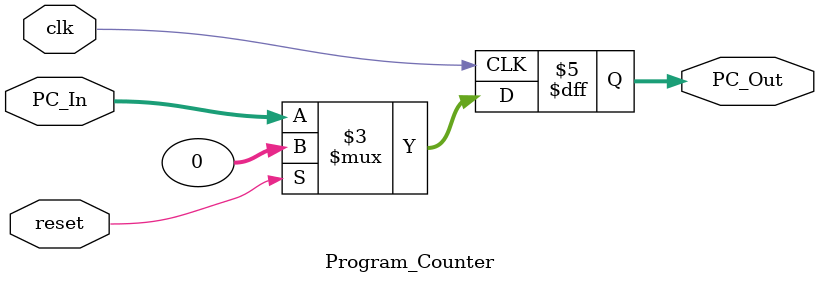
<source format=v>
module Program_Counter(
	input clk, reset,
	input [31:0] PC_In,
	output reg [31:0] PC_Out
);

always @ (posedge clk) begin
	if (reset) PC_Out <= 32'b0;
	else PC_Out <= PC_In;
end
endmodule
</source>
